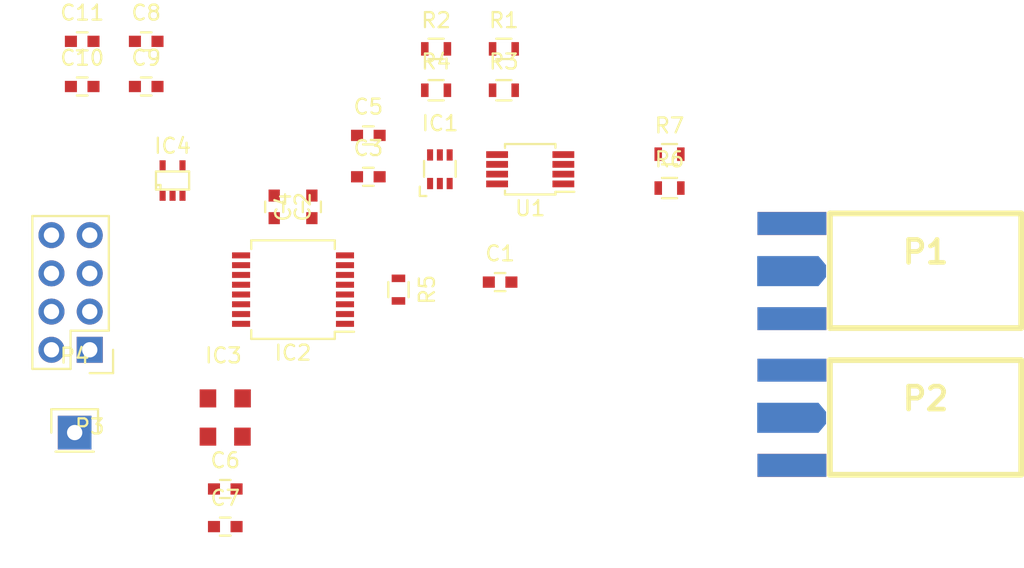
<source format=kicad_pcb>
(kicad_pcb (version 4) (host pcbnew 4.0.4+e1-6308~48~ubuntu14.04.1-stable)

  (general
    (links 71)
    (no_connects 71)
    (area 0 0 0 0)
    (thickness 1.6)
    (drawings 0)
    (tracks 0)
    (zones 0)
    (modules 27)
    (nets 17)
  )

  (page A4)
  (layers
    (0 F.Cu signal)
    (31 B.Cu signal)
    (32 B.Adhes user)
    (33 F.Adhes user)
    (34 B.Paste user)
    (35 F.Paste user)
    (36 B.SilkS user)
    (37 F.SilkS user)
    (38 B.Mask user)
    (39 F.Mask user)
    (40 Dwgs.User user)
    (41 Cmts.User user)
    (42 Eco1.User user)
    (43 Eco2.User user)
    (44 Edge.Cuts user)
    (45 Margin user)
    (46 B.CrtYd user)
    (47 F.CrtYd user)
    (48 B.Fab user)
    (49 F.Fab user)
  )

  (setup
    (last_trace_width 0.25)
    (trace_clearance 0.2)
    (zone_clearance 0.508)
    (zone_45_only no)
    (trace_min 0.2)
    (segment_width 0.2)
    (edge_width 0.15)
    (via_size 0.6)
    (via_drill 0.4)
    (via_min_size 0.4)
    (via_min_drill 0.3)
    (uvia_size 0.3)
    (uvia_drill 0.1)
    (uvias_allowed no)
    (uvia_min_size 0.2)
    (uvia_min_drill 0.1)
    (pcb_text_width 0.3)
    (pcb_text_size 1.5 1.5)
    (mod_edge_width 0.15)
    (mod_text_size 1 1)
    (mod_text_width 0.15)
    (pad_size 1.524 1.524)
    (pad_drill 0.762)
    (pad_to_mask_clearance 0.2)
    (aux_axis_origin 0 0)
    (visible_elements FFFFFF7F)
    (pcbplotparams
      (layerselection 0x00030_80000001)
      (usegerberextensions false)
      (excludeedgelayer true)
      (linewidth 0.100000)
      (plotframeref false)
      (viasonmask false)
      (mode 1)
      (useauxorigin false)
      (hpglpennumber 1)
      (hpglpenspeed 20)
      (hpglpendiameter 15)
      (hpglpenoverlay 2)
      (psnegative false)
      (psa4output false)
      (plotreference true)
      (plotvalue true)
      (plotinvisibletext false)
      (padsonsilk false)
      (subtractmaskfromsilk false)
      (outputformat 1)
      (mirror false)
      (drillshape 1)
      (scaleselection 1)
      (outputdirectory ""))
  )

  (net 0 "")
  (net 1 "Net-(C1-Pad1)")
  (net 2 "Net-(C1-Pad2)")
  (net 3 VDD)
  (net 4 GND)
  (net 5 VAA)
  (net 6 /Reloj/MCLK)
  (net 7 /Senal/SEL)
  (net 8 "Net-(IC1-Pad4)")
  (net 9 "Net-(IC1-Pad5)")
  (net 10 "Net-(IC1-Pad6)")
  (net 11 "Net-(IC2-Pad4)")
  (net 12 /Senal/SDA)
  (net 13 /Senal/SCL)
  (net 14 "Net-(P1-Pad1)")
  (net 15 "Net-(P2-Pad1)")
  (net 16 "Net-(R2-Pad2)")

  (net_class Default "This is the default net class."
    (clearance 0.2)
    (trace_width 0.25)
    (via_dia 0.6)
    (via_drill 0.4)
    (uvia_dia 0.3)
    (uvia_drill 0.1)
    (add_net /Reloj/MCLK)
    (add_net /Senal/SCL)
    (add_net /Senal/SDA)
    (add_net /Senal/SEL)
    (add_net GND)
    (add_net "Net-(C1-Pad1)")
    (add_net "Net-(C1-Pad2)")
    (add_net "Net-(IC1-Pad4)")
    (add_net "Net-(IC1-Pad5)")
    (add_net "Net-(IC1-Pad6)")
    (add_net "Net-(IC2-Pad4)")
    (add_net "Net-(P1-Pad1)")
    (add_net "Net-(P2-Pad1)")
    (add_net "Net-(R2-Pad2)")
    (add_net VAA)
    (add_net VDD)
  )

  (module TO_SOT_Packages_SMD:SC-70-6 (layer F.Cu) (tedit 56EA2382) (tstamp 583871AF)
    (at 179.5 106.25)
    (descr SC-70-6,)
    (tags SC-70-6)
    (path /582DA8FF/582F7B64)
    (attr smd)
    (fp_text reference IC1 (at 0.01016 -3.05054) (layer F.SilkS)
      (effects (font (size 1 1) (thickness 0.15)))
    )
    (fp_text value AG849 (at 0.04064 4.191) (layer F.Fab)
      (effects (font (size 1 1) (thickness 0.15)))
    )
    (fp_line (start 1.2 -1.6) (end 1.2 1.6) (layer F.CrtYd) (width 0.05))
    (fp_line (start -1.2 -1.6) (end 1.2 -1.6) (layer F.CrtYd) (width 0.05))
    (fp_line (start -1.2 1.6) (end -1.2 -1.6) (layer F.CrtYd) (width 0.05))
    (fp_line (start 1.2 1.6) (end -1.2 1.6) (layer F.CrtYd) (width 0.05))
    (fp_line (start 1.05 0.5) (end 1.05 -0.55) (layer F.SilkS) (width 0.15))
    (fp_line (start -1.05 -0.55) (end -1.05 0.5) (layer F.SilkS) (width 0.15))
    (fp_line (start -1.33096 1.16078) (end -1.33096 1.77038) (layer F.SilkS) (width 0.15))
    (fp_line (start -1.33096 1.77038) (end -0.89916 1.78054) (layer F.SilkS) (width 0.15))
    (pad 1 smd rect (at -0.65024 0.94996) (size 0.39878 0.7493) (layers F.Cu F.Paste F.Mask)
      (net 7 /Senal/SEL))
    (pad 2 smd rect (at 0 0.94996) (size 0.39878 0.7493) (layers F.Cu F.Paste F.Mask)
      (net 5 VAA))
    (pad 3 smd rect (at 0.65024 0.94996) (size 0.39878 0.7493) (layers F.Cu F.Paste F.Mask)
      (net 4 GND))
    (pad 4 smd rect (at 0.65024 -0.94996) (size 0.39878 0.7493) (layers F.Cu F.Paste F.Mask)
      (net 8 "Net-(IC1-Pad4)"))
    (pad 5 smd rect (at 0 -0.94996) (size 0.39878 0.7493) (layers F.Cu F.Paste F.Mask)
      (net 9 "Net-(IC1-Pad5)"))
    (pad 6 smd rect (at -0.65024 -0.94996) (size 0.39878 0.7493) (layers F.Cu F.Paste F.Mask)
      (net 10 "Net-(IC1-Pad6)"))
    (model TO_SOT_Packages_SMD.3dshapes/SC-70-6.wrl
      (at (xyz 0 0 0))
      (scale (xyz 1 1 1))
      (rotate (xyz 0 0 0))
    )
  )

  (module Housings_SSOP:SSOP-16_5.3x6.2mm_Pitch0.65mm (layer F.Cu) (tedit 54130A77) (tstamp 583871C3)
    (at 169.75 114.25 180)
    (descr "SSOP16: plastic shrink small outline package; 16 leads; body width 5.3 mm; (see NXP SSOP-TSSOP-VSO-REFLOW.pdf and sot338-1_po.pdf)")
    (tags "SSOP 0.65")
    (path /582DA8FF/582F7476)
    (attr smd)
    (fp_text reference IC2 (at 0 -4.2 180) (layer F.SilkS)
      (effects (font (size 1 1) (thickness 0.15)))
    )
    (fp_text value AD5933 (at 0 4.2 180) (layer F.Fab)
      (effects (font (size 1 1) (thickness 0.15)))
    )
    (fp_line (start -1.65 -3.1) (end 2.65 -3.1) (layer F.Fab) (width 0.15))
    (fp_line (start 2.65 -3.1) (end 2.65 3.1) (layer F.Fab) (width 0.15))
    (fp_line (start 2.65 3.1) (end -2.65 3.1) (layer F.Fab) (width 0.15))
    (fp_line (start -2.65 3.1) (end -2.65 -2.1) (layer F.Fab) (width 0.15))
    (fp_line (start -2.65 -2.1) (end -1.65 -3.1) (layer F.Fab) (width 0.15))
    (fp_line (start -4.3 -3.45) (end -4.3 3.45) (layer F.CrtYd) (width 0.05))
    (fp_line (start 4.3 -3.45) (end 4.3 3.45) (layer F.CrtYd) (width 0.05))
    (fp_line (start -4.3 -3.45) (end 4.3 -3.45) (layer F.CrtYd) (width 0.05))
    (fp_line (start -4.3 3.45) (end 4.3 3.45) (layer F.CrtYd) (width 0.05))
    (fp_line (start -2.775 -3.275) (end -2.775 -2.8) (layer F.SilkS) (width 0.15))
    (fp_line (start 2.775 -3.275) (end 2.775 -2.7) (layer F.SilkS) (width 0.15))
    (fp_line (start 2.775 3.275) (end 2.775 2.7) (layer F.SilkS) (width 0.15))
    (fp_line (start -2.775 3.275) (end -2.775 2.7) (layer F.SilkS) (width 0.15))
    (fp_line (start -2.775 -3.275) (end 2.775 -3.275) (layer F.SilkS) (width 0.15))
    (fp_line (start -2.775 3.275) (end 2.775 3.275) (layer F.SilkS) (width 0.15))
    (fp_line (start -2.775 -2.8) (end -4.05 -2.8) (layer F.SilkS) (width 0.15))
    (pad 1 smd rect (at -3.45 -2.275 180) (size 1.2 0.4) (layers F.Cu F.Paste F.Mask))
    (pad 2 smd rect (at -3.45 -1.625 180) (size 1.2 0.4) (layers F.Cu F.Paste F.Mask))
    (pad 3 smd rect (at -3.45 -0.975 180) (size 1.2 0.4) (layers F.Cu F.Paste F.Mask))
    (pad 4 smd rect (at -3.45 -0.325 180) (size 1.2 0.4) (layers F.Cu F.Paste F.Mask)
      (net 11 "Net-(IC2-Pad4)"))
    (pad 5 smd rect (at -3.45 0.325 180) (size 1.2 0.4) (layers F.Cu F.Paste F.Mask)
      (net 9 "Net-(IC1-Pad5)"))
    (pad 6 smd rect (at -3.45 0.975 180) (size 1.2 0.4) (layers F.Cu F.Paste F.Mask)
      (net 2 "Net-(C1-Pad2)"))
    (pad 7 smd rect (at -3.45 1.625 180) (size 1.2 0.4) (layers F.Cu F.Paste F.Mask))
    (pad 8 smd rect (at -3.45 2.275 180) (size 1.2 0.4) (layers F.Cu F.Paste F.Mask)
      (net 6 /Reloj/MCLK))
    (pad 9 smd rect (at 3.45 2.275 180) (size 1.2 0.4) (layers F.Cu F.Paste F.Mask)
      (net 3 VDD))
    (pad 10 smd rect (at 3.45 1.625 180) (size 1.2 0.4) (layers F.Cu F.Paste F.Mask)
      (net 5 VAA))
    (pad 11 smd rect (at 3.45 0.975 180) (size 1.2 0.4) (layers F.Cu F.Paste F.Mask)
      (net 5 VAA))
    (pad 12 smd rect (at 3.45 0.325 180) (size 1.2 0.4) (layers F.Cu F.Paste F.Mask)
      (net 4 GND))
    (pad 13 smd rect (at 3.45 -0.325 180) (size 1.2 0.4) (layers F.Cu F.Paste F.Mask)
      (net 4 GND))
    (pad 14 smd rect (at 3.45 -0.975 180) (size 1.2 0.4) (layers F.Cu F.Paste F.Mask)
      (net 4 GND))
    (pad 15 smd rect (at 3.45 -1.625 180) (size 1.2 0.4) (layers F.Cu F.Paste F.Mask)
      (net 12 /Senal/SDA))
    (pad 16 smd rect (at 3.45 -2.275 180) (size 1.2 0.4) (layers F.Cu F.Paste F.Mask)
      (net 13 /Senal/SCL))
    (model Housings_SSOP.3dshapes/SSOP-16_5.3x6.2mm_Pitch0.65mm.wrl
      (at (xyz 0 0 0))
      (scale (xyz 1 1 1))
      (rotate (xyz 0 0 0))
    )
  )

  (module propios:TCXO (layer F.Cu) (tedit 58386835) (tstamp 583871CB)
    (at 165.25 122.75 180)
    (path /582DA934/582F5709)
    (fp_text reference IC3 (at 0.12 4.12 180) (layer F.SilkS)
      (effects (font (size 1 1) (thickness 0.15)))
    )
    (fp_text value ASFLMB-16.000MHZ-LY-T (at 0.09 2.68 180) (layer F.Fab)
      (effects (font (size 1 1) (thickness 0.15)))
    )
    (pad 1 smd rect (at -1.15 1.27 180) (size 1.1 1.2) (layers F.Cu F.Paste F.Mask)
      (net 4 GND))
    (pad 2 smd rect (at 1.15 1.27 180) (size 1.1 1.2) (layers F.Cu F.Paste F.Mask)
      (net 4 GND))
    (pad 4 smd rect (at -1.14 -1.27 180) (size 1.1 1.2) (layers F.Cu F.Paste F.Mask)
      (net 3 VDD))
    (pad 3 smd rect (at 1.15 -1.27 180) (size 1.1 1.2) (layers F.Cu F.Paste F.Mask)
      (net 6 /Reloj/MCLK))
  )

  (module TO_SOT_Packages_SMD:SC-70-5 (layer F.Cu) (tedit 0) (tstamp 583871D4)
    (at 161.75 107)
    (descr "SC70-5 SOT323-5")
    (path /582DA8A0/582F5A80)
    (attr smd)
    (fp_text reference IC4 (at 0 -2.3) (layer F.SilkS)
      (effects (font (size 1 1) (thickness 0.15)))
    )
    (fp_text value ADP150 (at 0 2.3) (layer F.Fab)
      (effects (font (size 1 1) (thickness 0.15)))
    )
    (fp_line (start 1.3 -1.6) (end 1.3 1.6) (layer F.CrtYd) (width 0.05))
    (fp_line (start -1.3 -1.6) (end 1.3 -1.6) (layer F.CrtYd) (width 0.05))
    (fp_line (start -1.3 1.6) (end -1.3 -1.6) (layer F.CrtYd) (width 0.05))
    (fp_line (start 1.3 1.6) (end -1.3 1.6) (layer F.CrtYd) (width 0.05))
    (fp_line (start -1.1 0.3) (end -0.8 0.3) (layer F.SilkS) (width 0.15))
    (fp_line (start -0.8 0.3) (end -0.8 0.6) (layer F.SilkS) (width 0.15))
    (fp_line (start 1.1 -0.6) (end -1.1 -0.6) (layer F.SilkS) (width 0.15))
    (fp_line (start -1.1 -0.6) (end -1.1 0.6) (layer F.SilkS) (width 0.15))
    (fp_line (start -1.1 0.6) (end 1.1 0.6) (layer F.SilkS) (width 0.15))
    (fp_line (start 1.1 0.6) (end 1.1 -0.6) (layer F.SilkS) (width 0.15))
    (pad 1 smd rect (at -0.6604 1.016) (size 0.4064 0.6604) (layers F.Cu F.Paste F.Mask)
      (net 3 VDD))
    (pad 3 smd rect (at 0.6604 1.016) (size 0.4064 0.6604) (layers F.Cu F.Paste F.Mask)
      (net 3 VDD))
    (pad 2 smd rect (at 0 1.016) (size 0.4064 0.6604) (layers F.Cu F.Paste F.Mask)
      (net 4 GND))
    (pad 4 smd rect (at 0.6604 -1.016) (size 0.4064 0.6604) (layers F.Cu F.Paste F.Mask))
    (pad 5 smd rect (at -0.6604 -1.016) (size 0.4064 0.6604) (layers F.Cu F.Paste F.Mask)
      (net 5 VAA))
    (model TO_SOT_Packages_SMD.3dshapes/SC-70-5.wrl
      (at (xyz 0 0 0))
      (scale (xyz 1 1 1))
      (rotate (xyz 0 0 0))
    )
  )

  (module SMA_EDGE:SMA_EDGE (layer F.Cu) (tedit 4E84D3BE) (tstamp 583871DC)
    (at 211.75 111.75)
    (path /582DA8FF/582FCD4C)
    (fp_text reference P1 (at 0 0) (layer F.SilkS)
      (effects (font (thickness 0.3048)))
    )
    (fp_text value GSG-RF-CONN (at 0 2.54) (layer F.SilkS) hide
      (effects (font (thickness 0.3048)))
    )
    (fp_line (start -6.35 -2.5654) (end -6.35 5.0546) (layer F.SilkS) (width 0.381))
    (fp_line (start -6.35 5.0546) (end 6.35 5.0546) (layer F.SilkS) (width 0.381))
    (fp_line (start 6.35 5.0546) (end 6.35 -2.5654) (layer F.SilkS) (width 0.381))
    (fp_line (start 6.35 -2.5654) (end -6.35 -2.5654) (layer F.SilkS) (width 0.381))
    (pad 0 connect rect (at -8.8773 -1.89484) (size 4.572 1.524) (layers *.Cu F.Mask)
      (net 4 GND))
    (pad 1 connect trapezoid (at -6.858 1.27) (size 0.50038 1.39954) (rect_delta 0.59944 0 ) (layers B.Cu F.Mask)
      (net 14 "Net-(P1-Pad1)"))
    (pad 2 connect rect (at -8.8773 4.42976) (size 4.572 1.524) (layers *.Cu F.Mask)
      (net 4 GND))
    (pad 1 connect rect (at -9.144 1.27) (size 4.07162 1.99898) (layers B.Cu F.Mask)
      (net 14 "Net-(P1-Pad1)"))
    (model SMA_EDGE.wrl
      (at (xyz -0.205 -0.05 -0.12))
      (scale (xyz 1.3 1.3 1.3))
      (rotate (xyz 270 0 180))
    )
  )

  (module SMA_EDGE:SMA_EDGE (layer F.Cu) (tedit 4E84D3BE) (tstamp 583871E4)
    (at 211.75 121.5)
    (path /582DA8FF/582FC1E0)
    (fp_text reference P2 (at 0 0) (layer F.SilkS)
      (effects (font (thickness 0.3048)))
    )
    (fp_text value GSG-RF-CONN (at 0 2.54) (layer F.SilkS) hide
      (effects (font (thickness 0.3048)))
    )
    (fp_line (start -6.35 -2.5654) (end -6.35 5.0546) (layer F.SilkS) (width 0.381))
    (fp_line (start -6.35 5.0546) (end 6.35 5.0546) (layer F.SilkS) (width 0.381))
    (fp_line (start 6.35 5.0546) (end 6.35 -2.5654) (layer F.SilkS) (width 0.381))
    (fp_line (start 6.35 -2.5654) (end -6.35 -2.5654) (layer F.SilkS) (width 0.381))
    (pad 0 connect rect (at -8.8773 -1.89484) (size 4.572 1.524) (layers *.Cu F.Mask)
      (net 4 GND))
    (pad 1 connect trapezoid (at -6.858 1.27) (size 0.50038 1.39954) (rect_delta 0.59944 0 ) (layers B.Cu F.Mask)
      (net 15 "Net-(P2-Pad1)"))
    (pad 2 connect rect (at -8.8773 4.42976) (size 4.572 1.524) (layers *.Cu F.Mask)
      (net 4 GND))
    (pad 1 connect rect (at -9.144 1.27) (size 4.07162 1.99898) (layers B.Cu F.Mask)
      (net 15 "Net-(P2-Pad1)"))
    (model SMA_EDGE.wrl
      (at (xyz -0.205 -0.05 -0.12))
      (scale (xyz 1.3 1.3 1.3))
      (rotate (xyz 270 0 180))
    )
  )

  (module Pin_Headers:Pin_Header_Straight_2x04 (layer F.Cu) (tedit 0) (tstamp 583871F0)
    (at 156.25 118.25 180)
    (descr "Through hole pin header")
    (tags "pin header")
    (path /582DA8FF/58375283)
    (fp_text reference P3 (at 0 -5.1 180) (layer F.SilkS)
      (effects (font (size 1 1) (thickness 0.15)))
    )
    (fp_text value CONN_02X04 (at 0 -3.1 180) (layer F.Fab)
      (effects (font (size 1 1) (thickness 0.15)))
    )
    (fp_line (start -1.75 -1.75) (end -1.75 9.4) (layer F.CrtYd) (width 0.05))
    (fp_line (start 4.3 -1.75) (end 4.3 9.4) (layer F.CrtYd) (width 0.05))
    (fp_line (start -1.75 -1.75) (end 4.3 -1.75) (layer F.CrtYd) (width 0.05))
    (fp_line (start -1.75 9.4) (end 4.3 9.4) (layer F.CrtYd) (width 0.05))
    (fp_line (start -1.27 1.27) (end -1.27 8.89) (layer F.SilkS) (width 0.15))
    (fp_line (start -1.27 8.89) (end 3.81 8.89) (layer F.SilkS) (width 0.15))
    (fp_line (start 3.81 8.89) (end 3.81 -1.27) (layer F.SilkS) (width 0.15))
    (fp_line (start 3.81 -1.27) (end 1.27 -1.27) (layer F.SilkS) (width 0.15))
    (fp_line (start 0 -1.55) (end -1.55 -1.55) (layer F.SilkS) (width 0.15))
    (fp_line (start 1.27 -1.27) (end 1.27 1.27) (layer F.SilkS) (width 0.15))
    (fp_line (start 1.27 1.27) (end -1.27 1.27) (layer F.SilkS) (width 0.15))
    (fp_line (start -1.55 -1.55) (end -1.55 0) (layer F.SilkS) (width 0.15))
    (pad 1 thru_hole rect (at 0 0 180) (size 1.7272 1.7272) (drill 1.016) (layers *.Cu *.Mask)
      (net 13 /Senal/SCL))
    (pad 2 thru_hole oval (at 2.54 0 180) (size 1.7272 1.7272) (drill 1.016) (layers *.Cu *.Mask)
      (net 13 /Senal/SCL))
    (pad 3 thru_hole oval (at 0 2.54 180) (size 1.7272 1.7272) (drill 1.016) (layers *.Cu *.Mask)
      (net 12 /Senal/SDA))
    (pad 4 thru_hole oval (at 2.54 2.54 180) (size 1.7272 1.7272) (drill 1.016) (layers *.Cu *.Mask)
      (net 12 /Senal/SDA))
    (pad 5 thru_hole oval (at 0 5.08 180) (size 1.7272 1.7272) (drill 1.016) (layers *.Cu *.Mask)
      (net 4 GND))
    (pad 6 thru_hole oval (at 2.54 5.08 180) (size 1.7272 1.7272) (drill 1.016) (layers *.Cu *.Mask)
      (net 4 GND))
    (pad 7 thru_hole oval (at 0 7.62 180) (size 1.7272 1.7272) (drill 1.016) (layers *.Cu *.Mask)
      (net 3 VDD))
    (pad 8 thru_hole oval (at 2.54 7.62 180) (size 1.7272 1.7272) (drill 1.016) (layers *.Cu *.Mask)
      (net 3 VDD))
    (model Pin_Headers.3dshapes/Pin_Header_Straight_2x04.wrl
      (at (xyz 0.05 -0.15 0))
      (scale (xyz 1 1 1))
      (rotate (xyz 0 0 90))
    )
  )

  (module Pin_Headers:Pin_Header_Straight_1x01 (layer F.Cu) (tedit 54EA08DC) (tstamp 583871F5)
    (at 155.25 123.75)
    (descr "Through hole pin header")
    (tags "pin header")
    (path /582DA8FF/5837592F)
    (fp_text reference P4 (at 0 -5.1) (layer F.SilkS)
      (effects (font (size 1 1) (thickness 0.15)))
    )
    (fp_text value CONN_01X01 (at 0 -3.1) (layer F.Fab)
      (effects (font (size 1 1) (thickness 0.15)))
    )
    (fp_line (start 1.55 -1.55) (end 1.55 0) (layer F.SilkS) (width 0.15))
    (fp_line (start -1.75 -1.75) (end -1.75 1.75) (layer F.CrtYd) (width 0.05))
    (fp_line (start 1.75 -1.75) (end 1.75 1.75) (layer F.CrtYd) (width 0.05))
    (fp_line (start -1.75 -1.75) (end 1.75 -1.75) (layer F.CrtYd) (width 0.05))
    (fp_line (start -1.75 1.75) (end 1.75 1.75) (layer F.CrtYd) (width 0.05))
    (fp_line (start -1.55 0) (end -1.55 -1.55) (layer F.SilkS) (width 0.15))
    (fp_line (start -1.55 -1.55) (end 1.55 -1.55) (layer F.SilkS) (width 0.15))
    (fp_line (start -1.27 1.27) (end 1.27 1.27) (layer F.SilkS) (width 0.15))
    (pad 1 thru_hole rect (at 0 0) (size 2.2352 2.2352) (drill 1.016) (layers *.Cu *.Mask)
      (net 7 /Senal/SEL))
    (model Pin_Headers.3dshapes/Pin_Header_Straight_1x01.wrl
      (at (xyz 0 0 0))
      (scale (xyz 1 1 1))
      (rotate (xyz 0 0 90))
    )
  )

  (module Housings_SSOP:MSOP-8_3x3mm_Pitch0.65mm (layer F.Cu) (tedit 54130A77) (tstamp 5838722B)
    (at 185.5 106.25 180)
    (descr "8-Lead Plastic Micro Small Outline Package (MS) [MSOP] (see Microchip Packaging Specification 00000049BS.pdf)")
    (tags "SSOP 0.65")
    (path /582DA8FF/582F7A24)
    (attr smd)
    (fp_text reference U1 (at 0 -2.6 180) (layer F.SilkS)
      (effects (font (size 1 1) (thickness 0.15)))
    )
    (fp_text value AD8606 (at 0 2.6 180) (layer F.Fab)
      (effects (font (size 1 1) (thickness 0.15)))
    )
    (fp_line (start -0.5 -1.5) (end 1.5 -1.5) (layer F.Fab) (width 0.15))
    (fp_line (start 1.5 -1.5) (end 1.5 1.5) (layer F.Fab) (width 0.15))
    (fp_line (start 1.5 1.5) (end -1.5 1.5) (layer F.Fab) (width 0.15))
    (fp_line (start -1.5 1.5) (end -1.5 -0.5) (layer F.Fab) (width 0.15))
    (fp_line (start -1.5 -0.5) (end -0.5 -1.5) (layer F.Fab) (width 0.15))
    (fp_line (start -3.2 -1.85) (end -3.2 1.85) (layer F.CrtYd) (width 0.05))
    (fp_line (start 3.2 -1.85) (end 3.2 1.85) (layer F.CrtYd) (width 0.05))
    (fp_line (start -3.2 -1.85) (end 3.2 -1.85) (layer F.CrtYd) (width 0.05))
    (fp_line (start -3.2 1.85) (end 3.2 1.85) (layer F.CrtYd) (width 0.05))
    (fp_line (start -1.675 -1.675) (end -1.675 -1.5) (layer F.SilkS) (width 0.15))
    (fp_line (start 1.675 -1.675) (end 1.675 -1.425) (layer F.SilkS) (width 0.15))
    (fp_line (start 1.675 1.675) (end 1.675 1.425) (layer F.SilkS) (width 0.15))
    (fp_line (start -1.675 1.675) (end -1.675 1.425) (layer F.SilkS) (width 0.15))
    (fp_line (start -1.675 -1.675) (end 1.675 -1.675) (layer F.SilkS) (width 0.15))
    (fp_line (start -1.675 1.675) (end 1.675 1.675) (layer F.SilkS) (width 0.15))
    (fp_line (start -1.675 -1.5) (end -2.925 -1.5) (layer F.SilkS) (width 0.15))
    (pad 1 smd rect (at -2.2 -0.975 180) (size 1.45 0.45) (layers F.Cu F.Paste F.Mask)
      (net 15 "Net-(P2-Pad1)"))
    (pad 2 smd rect (at -2.2 -0.325 180) (size 1.45 0.45) (layers F.Cu F.Paste F.Mask)
      (net 15 "Net-(P2-Pad1)"))
    (pad 3 smd rect (at -2.2 0.325 180) (size 1.45 0.45) (layers F.Cu F.Paste F.Mask)
      (net 1 "Net-(C1-Pad1)"))
    (pad 4 smd rect (at -2.2 0.975 180) (size 1.45 0.45) (layers F.Cu F.Paste F.Mask)
      (net 4 GND))
    (pad 5 smd rect (at 2.2 0.975 180) (size 1.45 0.45) (layers F.Cu F.Paste F.Mask)
      (net 14 "Net-(P1-Pad1)"))
    (pad 6 smd rect (at 2.2 0.325 180) (size 1.45 0.45) (layers F.Cu F.Paste F.Mask)
      (net 16 "Net-(R2-Pad2)"))
    (pad 7 smd rect (at 2.2 -0.325 180) (size 1.45 0.45) (layers F.Cu F.Paste F.Mask)
      (net 9 "Net-(IC1-Pad5)"))
    (pad 8 smd rect (at 2.2 -0.975 180) (size 1.45 0.45) (layers F.Cu F.Paste F.Mask)
      (net 5 VAA))
    (model Housings_SSOP.3dshapes/MSOP-8_3x3mm_Pitch0.65mm.wrl
      (at (xyz 0 0 0))
      (scale (xyz 1 1 1))
      (rotate (xyz 0 0 0))
    )
  )

  (module Capacitors_SMD:C_0603 (layer F.Cu) (tedit 5415D631) (tstamp 58387673)
    (at 183.5 113.75)
    (descr "Capacitor SMD 0603, reflow soldering, AVX (see smccp.pdf)")
    (tags "capacitor 0603")
    (path /582DA8FF/582F83E0)
    (attr smd)
    (fp_text reference C1 (at 0 -1.9) (layer F.SilkS)
      (effects (font (size 1 1) (thickness 0.15)))
    )
    (fp_text value 47nF (at 0 1.9) (layer F.Fab)
      (effects (font (size 1 1) (thickness 0.15)))
    )
    (fp_line (start -0.8 0.4) (end -0.8 -0.4) (layer F.Fab) (width 0.15))
    (fp_line (start 0.8 0.4) (end -0.8 0.4) (layer F.Fab) (width 0.15))
    (fp_line (start 0.8 -0.4) (end 0.8 0.4) (layer F.Fab) (width 0.15))
    (fp_line (start -0.8 -0.4) (end 0.8 -0.4) (layer F.Fab) (width 0.15))
    (fp_line (start -1.45 -0.75) (end 1.45 -0.75) (layer F.CrtYd) (width 0.05))
    (fp_line (start -1.45 0.75) (end 1.45 0.75) (layer F.CrtYd) (width 0.05))
    (fp_line (start -1.45 -0.75) (end -1.45 0.75) (layer F.CrtYd) (width 0.05))
    (fp_line (start 1.45 -0.75) (end 1.45 0.75) (layer F.CrtYd) (width 0.05))
    (fp_line (start -0.35 -0.6) (end 0.35 -0.6) (layer F.SilkS) (width 0.15))
    (fp_line (start 0.35 0.6) (end -0.35 0.6) (layer F.SilkS) (width 0.15))
    (pad 1 smd rect (at -0.75 0) (size 0.8 0.75) (layers F.Cu F.Paste F.Mask)
      (net 1 "Net-(C1-Pad1)"))
    (pad 2 smd rect (at 0.75 0) (size 0.8 0.75) (layers F.Cu F.Paste F.Mask)
      (net 2 "Net-(C1-Pad2)"))
    (model Capacitors_SMD.3dshapes/C_0603.wrl
      (at (xyz 0 0 0))
      (scale (xyz 1 1 1))
      (rotate (xyz 0 0 0))
    )
  )

  (module Capacitors_SMD:C_0603 (layer F.Cu) (tedit 5415D631) (tstamp 58387678)
    (at 168.5 108.75 270)
    (descr "Capacitor SMD 0603, reflow soldering, AVX (see smccp.pdf)")
    (tags "capacitor 0603")
    (path /582DA8FF/582F74E0)
    (attr smd)
    (fp_text reference C2 (at 0 -1.9 270) (layer F.SilkS)
      (effects (font (size 1 1) (thickness 0.15)))
    )
    (fp_text value 10uF (at 0 1.9 270) (layer F.Fab)
      (effects (font (size 1 1) (thickness 0.15)))
    )
    (fp_line (start -0.8 0.4) (end -0.8 -0.4) (layer F.Fab) (width 0.15))
    (fp_line (start 0.8 0.4) (end -0.8 0.4) (layer F.Fab) (width 0.15))
    (fp_line (start 0.8 -0.4) (end 0.8 0.4) (layer F.Fab) (width 0.15))
    (fp_line (start -0.8 -0.4) (end 0.8 -0.4) (layer F.Fab) (width 0.15))
    (fp_line (start -1.45 -0.75) (end 1.45 -0.75) (layer F.CrtYd) (width 0.05))
    (fp_line (start -1.45 0.75) (end 1.45 0.75) (layer F.CrtYd) (width 0.05))
    (fp_line (start -1.45 -0.75) (end -1.45 0.75) (layer F.CrtYd) (width 0.05))
    (fp_line (start 1.45 -0.75) (end 1.45 0.75) (layer F.CrtYd) (width 0.05))
    (fp_line (start -0.35 -0.6) (end 0.35 -0.6) (layer F.SilkS) (width 0.15))
    (fp_line (start 0.35 0.6) (end -0.35 0.6) (layer F.SilkS) (width 0.15))
    (pad 1 smd rect (at -0.75 0 270) (size 0.8 0.75) (layers F.Cu F.Paste F.Mask)
      (net 3 VDD))
    (pad 2 smd rect (at 0.75 0 270) (size 0.8 0.75) (layers F.Cu F.Paste F.Mask)
      (net 4 GND))
    (model Capacitors_SMD.3dshapes/C_0603.wrl
      (at (xyz 0 0 0))
      (scale (xyz 1 1 1))
      (rotate (xyz 0 0 0))
    )
  )

  (module Capacitors_SMD:C_0603 (layer F.Cu) (tedit 5415D631) (tstamp 5838767D)
    (at 174.75 106.75)
    (descr "Capacitor SMD 0603, reflow soldering, AVX (see smccp.pdf)")
    (tags "capacitor 0603")
    (path /582DA8FF/582F7BE4)
    (attr smd)
    (fp_text reference C3 (at 0 -1.9) (layer F.SilkS)
      (effects (font (size 1 1) (thickness 0.15)))
    )
    (fp_text value 10uF (at 0 1.9) (layer F.Fab)
      (effects (font (size 1 1) (thickness 0.15)))
    )
    (fp_line (start -0.8 0.4) (end -0.8 -0.4) (layer F.Fab) (width 0.15))
    (fp_line (start 0.8 0.4) (end -0.8 0.4) (layer F.Fab) (width 0.15))
    (fp_line (start 0.8 -0.4) (end 0.8 0.4) (layer F.Fab) (width 0.15))
    (fp_line (start -0.8 -0.4) (end 0.8 -0.4) (layer F.Fab) (width 0.15))
    (fp_line (start -1.45 -0.75) (end 1.45 -0.75) (layer F.CrtYd) (width 0.05))
    (fp_line (start -1.45 0.75) (end 1.45 0.75) (layer F.CrtYd) (width 0.05))
    (fp_line (start -1.45 -0.75) (end -1.45 0.75) (layer F.CrtYd) (width 0.05))
    (fp_line (start 1.45 -0.75) (end 1.45 0.75) (layer F.CrtYd) (width 0.05))
    (fp_line (start -0.35 -0.6) (end 0.35 -0.6) (layer F.SilkS) (width 0.15))
    (fp_line (start 0.35 0.6) (end -0.35 0.6) (layer F.SilkS) (width 0.15))
    (pad 1 smd rect (at -0.75 0) (size 0.8 0.75) (layers F.Cu F.Paste F.Mask)
      (net 5 VAA))
    (pad 2 smd rect (at 0.75 0) (size 0.8 0.75) (layers F.Cu F.Paste F.Mask)
      (net 4 GND))
    (model Capacitors_SMD.3dshapes/C_0603.wrl
      (at (xyz 0 0 0))
      (scale (xyz 1 1 1))
      (rotate (xyz 0 0 0))
    )
  )

  (module Capacitors_SMD:C_0603 (layer F.Cu) (tedit 5415D631) (tstamp 58387682)
    (at 171 108.75 90)
    (descr "Capacitor SMD 0603, reflow soldering, AVX (see smccp.pdf)")
    (tags "capacitor 0603")
    (path /582DA8FF/582F752B)
    (attr smd)
    (fp_text reference C4 (at 0 -1.9 90) (layer F.SilkS)
      (effects (font (size 1 1) (thickness 0.15)))
    )
    (fp_text value 0.1uF (at 0 1.9 90) (layer F.Fab)
      (effects (font (size 1 1) (thickness 0.15)))
    )
    (fp_line (start -0.8 0.4) (end -0.8 -0.4) (layer F.Fab) (width 0.15))
    (fp_line (start 0.8 0.4) (end -0.8 0.4) (layer F.Fab) (width 0.15))
    (fp_line (start 0.8 -0.4) (end 0.8 0.4) (layer F.Fab) (width 0.15))
    (fp_line (start -0.8 -0.4) (end 0.8 -0.4) (layer F.Fab) (width 0.15))
    (fp_line (start -1.45 -0.75) (end 1.45 -0.75) (layer F.CrtYd) (width 0.05))
    (fp_line (start -1.45 0.75) (end 1.45 0.75) (layer F.CrtYd) (width 0.05))
    (fp_line (start -1.45 -0.75) (end -1.45 0.75) (layer F.CrtYd) (width 0.05))
    (fp_line (start 1.45 -0.75) (end 1.45 0.75) (layer F.CrtYd) (width 0.05))
    (fp_line (start -0.35 -0.6) (end 0.35 -0.6) (layer F.SilkS) (width 0.15))
    (fp_line (start 0.35 0.6) (end -0.35 0.6) (layer F.SilkS) (width 0.15))
    (pad 1 smd rect (at -0.75 0 90) (size 0.8 0.75) (layers F.Cu F.Paste F.Mask)
      (net 3 VDD))
    (pad 2 smd rect (at 0.75 0 90) (size 0.8 0.75) (layers F.Cu F.Paste F.Mask)
      (net 4 GND))
    (model Capacitors_SMD.3dshapes/C_0603.wrl
      (at (xyz 0 0 0))
      (scale (xyz 1 1 1))
      (rotate (xyz 0 0 0))
    )
  )

  (module Capacitors_SMD:C_0603 (layer F.Cu) (tedit 5415D631) (tstamp 58387687)
    (at 174.75 104)
    (descr "Capacitor SMD 0603, reflow soldering, AVX (see smccp.pdf)")
    (tags "capacitor 0603")
    (path /582DA8FF/582F7CB3)
    (attr smd)
    (fp_text reference C5 (at 0 -1.9) (layer F.SilkS)
      (effects (font (size 1 1) (thickness 0.15)))
    )
    (fp_text value 0.1uF (at 0 1.9) (layer F.Fab)
      (effects (font (size 1 1) (thickness 0.15)))
    )
    (fp_line (start -0.8 0.4) (end -0.8 -0.4) (layer F.Fab) (width 0.15))
    (fp_line (start 0.8 0.4) (end -0.8 0.4) (layer F.Fab) (width 0.15))
    (fp_line (start 0.8 -0.4) (end 0.8 0.4) (layer F.Fab) (width 0.15))
    (fp_line (start -0.8 -0.4) (end 0.8 -0.4) (layer F.Fab) (width 0.15))
    (fp_line (start -1.45 -0.75) (end 1.45 -0.75) (layer F.CrtYd) (width 0.05))
    (fp_line (start -1.45 0.75) (end 1.45 0.75) (layer F.CrtYd) (width 0.05))
    (fp_line (start -1.45 -0.75) (end -1.45 0.75) (layer F.CrtYd) (width 0.05))
    (fp_line (start 1.45 -0.75) (end 1.45 0.75) (layer F.CrtYd) (width 0.05))
    (fp_line (start -0.35 -0.6) (end 0.35 -0.6) (layer F.SilkS) (width 0.15))
    (fp_line (start 0.35 0.6) (end -0.35 0.6) (layer F.SilkS) (width 0.15))
    (pad 1 smd rect (at -0.75 0) (size 0.8 0.75) (layers F.Cu F.Paste F.Mask)
      (net 5 VAA))
    (pad 2 smd rect (at 0.75 0) (size 0.8 0.75) (layers F.Cu F.Paste F.Mask)
      (net 4 GND))
    (model Capacitors_SMD.3dshapes/C_0603.wrl
      (at (xyz 0 0 0))
      (scale (xyz 1 1 1))
      (rotate (xyz 0 0 0))
    )
  )

  (module Capacitors_SMD:C_0603 (layer F.Cu) (tedit 5415D631) (tstamp 5838768C)
    (at 165.25 127.5)
    (descr "Capacitor SMD 0603, reflow soldering, AVX (see smccp.pdf)")
    (tags "capacitor 0603")
    (path /582DA934/582F57A1)
    (attr smd)
    (fp_text reference C6 (at 0 -1.9) (layer F.SilkS)
      (effects (font (size 1 1) (thickness 0.15)))
    )
    (fp_text value 0,1uF (at 0 1.9) (layer F.Fab)
      (effects (font (size 1 1) (thickness 0.15)))
    )
    (fp_line (start -0.8 0.4) (end -0.8 -0.4) (layer F.Fab) (width 0.15))
    (fp_line (start 0.8 0.4) (end -0.8 0.4) (layer F.Fab) (width 0.15))
    (fp_line (start 0.8 -0.4) (end 0.8 0.4) (layer F.Fab) (width 0.15))
    (fp_line (start -0.8 -0.4) (end 0.8 -0.4) (layer F.Fab) (width 0.15))
    (fp_line (start -1.45 -0.75) (end 1.45 -0.75) (layer F.CrtYd) (width 0.05))
    (fp_line (start -1.45 0.75) (end 1.45 0.75) (layer F.CrtYd) (width 0.05))
    (fp_line (start -1.45 -0.75) (end -1.45 0.75) (layer F.CrtYd) (width 0.05))
    (fp_line (start 1.45 -0.75) (end 1.45 0.75) (layer F.CrtYd) (width 0.05))
    (fp_line (start -0.35 -0.6) (end 0.35 -0.6) (layer F.SilkS) (width 0.15))
    (fp_line (start 0.35 0.6) (end -0.35 0.6) (layer F.SilkS) (width 0.15))
    (pad 1 smd rect (at -0.75 0) (size 0.8 0.75) (layers F.Cu F.Paste F.Mask)
      (net 3 VDD))
    (pad 2 smd rect (at 0.75 0) (size 0.8 0.75) (layers F.Cu F.Paste F.Mask)
      (net 4 GND))
    (model Capacitors_SMD.3dshapes/C_0603.wrl
      (at (xyz 0 0 0))
      (scale (xyz 1 1 1))
      (rotate (xyz 0 0 0))
    )
  )

  (module Capacitors_SMD:C_0603 (layer F.Cu) (tedit 5415D631) (tstamp 58387691)
    (at 165.25 130)
    (descr "Capacitor SMD 0603, reflow soldering, AVX (see smccp.pdf)")
    (tags "capacitor 0603")
    (path /582DA934/582F57DC)
    (attr smd)
    (fp_text reference C7 (at 0 -1.9) (layer F.SilkS)
      (effects (font (size 1 1) (thickness 0.15)))
    )
    (fp_text value 0,1uF (at 0 1.9) (layer F.Fab)
      (effects (font (size 1 1) (thickness 0.15)))
    )
    (fp_line (start -0.8 0.4) (end -0.8 -0.4) (layer F.Fab) (width 0.15))
    (fp_line (start 0.8 0.4) (end -0.8 0.4) (layer F.Fab) (width 0.15))
    (fp_line (start 0.8 -0.4) (end 0.8 0.4) (layer F.Fab) (width 0.15))
    (fp_line (start -0.8 -0.4) (end 0.8 -0.4) (layer F.Fab) (width 0.15))
    (fp_line (start -1.45 -0.75) (end 1.45 -0.75) (layer F.CrtYd) (width 0.05))
    (fp_line (start -1.45 0.75) (end 1.45 0.75) (layer F.CrtYd) (width 0.05))
    (fp_line (start -1.45 -0.75) (end -1.45 0.75) (layer F.CrtYd) (width 0.05))
    (fp_line (start 1.45 -0.75) (end 1.45 0.75) (layer F.CrtYd) (width 0.05))
    (fp_line (start -0.35 -0.6) (end 0.35 -0.6) (layer F.SilkS) (width 0.15))
    (fp_line (start 0.35 0.6) (end -0.35 0.6) (layer F.SilkS) (width 0.15))
    (pad 1 smd rect (at -0.75 0) (size 0.8 0.75) (layers F.Cu F.Paste F.Mask)
      (net 6 /Reloj/MCLK))
    (pad 2 smd rect (at 0.75 0) (size 0.8 0.75) (layers F.Cu F.Paste F.Mask)
      (net 4 GND))
    (model Capacitors_SMD.3dshapes/C_0603.wrl
      (at (xyz 0 0 0))
      (scale (xyz 1 1 1))
      (rotate (xyz 0 0 0))
    )
  )

  (module Capacitors_SMD:C_0603 (layer F.Cu) (tedit 5415D631) (tstamp 58387696)
    (at 160 97.75)
    (descr "Capacitor SMD 0603, reflow soldering, AVX (see smccp.pdf)")
    (tags "capacitor 0603")
    (path /582DA8A0/582F5B1F)
    (attr smd)
    (fp_text reference C8 (at 0 -1.9) (layer F.SilkS)
      (effects (font (size 1 1) (thickness 0.15)))
    )
    (fp_text value 10uF (at 0 1.9) (layer F.Fab)
      (effects (font (size 1 1) (thickness 0.15)))
    )
    (fp_line (start -0.8 0.4) (end -0.8 -0.4) (layer F.Fab) (width 0.15))
    (fp_line (start 0.8 0.4) (end -0.8 0.4) (layer F.Fab) (width 0.15))
    (fp_line (start 0.8 -0.4) (end 0.8 0.4) (layer F.Fab) (width 0.15))
    (fp_line (start -0.8 -0.4) (end 0.8 -0.4) (layer F.Fab) (width 0.15))
    (fp_line (start -1.45 -0.75) (end 1.45 -0.75) (layer F.CrtYd) (width 0.05))
    (fp_line (start -1.45 0.75) (end 1.45 0.75) (layer F.CrtYd) (width 0.05))
    (fp_line (start -1.45 -0.75) (end -1.45 0.75) (layer F.CrtYd) (width 0.05))
    (fp_line (start 1.45 -0.75) (end 1.45 0.75) (layer F.CrtYd) (width 0.05))
    (fp_line (start -0.35 -0.6) (end 0.35 -0.6) (layer F.SilkS) (width 0.15))
    (fp_line (start 0.35 0.6) (end -0.35 0.6) (layer F.SilkS) (width 0.15))
    (pad 1 smd rect (at -0.75 0) (size 0.8 0.75) (layers F.Cu F.Paste F.Mask)
      (net 3 VDD))
    (pad 2 smd rect (at 0.75 0) (size 0.8 0.75) (layers F.Cu F.Paste F.Mask)
      (net 4 GND))
    (model Capacitors_SMD.3dshapes/C_0603.wrl
      (at (xyz 0 0 0))
      (scale (xyz 1 1 1))
      (rotate (xyz 0 0 0))
    )
  )

  (module Capacitors_SMD:C_0603 (layer F.Cu) (tedit 5415D631) (tstamp 5838769B)
    (at 160 100.75)
    (descr "Capacitor SMD 0603, reflow soldering, AVX (see smccp.pdf)")
    (tags "capacitor 0603")
    (path /582DA8A0/582F5B72)
    (attr smd)
    (fp_text reference C9 (at 0 -1.9) (layer F.SilkS)
      (effects (font (size 1 1) (thickness 0.15)))
    )
    (fp_text value 0,1uF (at 0 1.9) (layer F.Fab)
      (effects (font (size 1 1) (thickness 0.15)))
    )
    (fp_line (start -0.8 0.4) (end -0.8 -0.4) (layer F.Fab) (width 0.15))
    (fp_line (start 0.8 0.4) (end -0.8 0.4) (layer F.Fab) (width 0.15))
    (fp_line (start 0.8 -0.4) (end 0.8 0.4) (layer F.Fab) (width 0.15))
    (fp_line (start -0.8 -0.4) (end 0.8 -0.4) (layer F.Fab) (width 0.15))
    (fp_line (start -1.45 -0.75) (end 1.45 -0.75) (layer F.CrtYd) (width 0.05))
    (fp_line (start -1.45 0.75) (end 1.45 0.75) (layer F.CrtYd) (width 0.05))
    (fp_line (start -1.45 -0.75) (end -1.45 0.75) (layer F.CrtYd) (width 0.05))
    (fp_line (start 1.45 -0.75) (end 1.45 0.75) (layer F.CrtYd) (width 0.05))
    (fp_line (start -0.35 -0.6) (end 0.35 -0.6) (layer F.SilkS) (width 0.15))
    (fp_line (start 0.35 0.6) (end -0.35 0.6) (layer F.SilkS) (width 0.15))
    (pad 1 smd rect (at -0.75 0) (size 0.8 0.75) (layers F.Cu F.Paste F.Mask)
      (net 3 VDD))
    (pad 2 smd rect (at 0.75 0) (size 0.8 0.75) (layers F.Cu F.Paste F.Mask)
      (net 4 GND))
    (model Capacitors_SMD.3dshapes/C_0603.wrl
      (at (xyz 0 0 0))
      (scale (xyz 1 1 1))
      (rotate (xyz 0 0 0))
    )
  )

  (module Capacitors_SMD:C_0603 (layer F.Cu) (tedit 5415D631) (tstamp 583876A0)
    (at 155.75 100.75)
    (descr "Capacitor SMD 0603, reflow soldering, AVX (see smccp.pdf)")
    (tags "capacitor 0603")
    (path /582DA8A0/582F5BCF)
    (attr smd)
    (fp_text reference C10 (at 0 -1.9) (layer F.SilkS)
      (effects (font (size 1 1) (thickness 0.15)))
    )
    (fp_text value 10uF (at 0 1.9) (layer F.Fab)
      (effects (font (size 1 1) (thickness 0.15)))
    )
    (fp_line (start -0.8 0.4) (end -0.8 -0.4) (layer F.Fab) (width 0.15))
    (fp_line (start 0.8 0.4) (end -0.8 0.4) (layer F.Fab) (width 0.15))
    (fp_line (start 0.8 -0.4) (end 0.8 0.4) (layer F.Fab) (width 0.15))
    (fp_line (start -0.8 -0.4) (end 0.8 -0.4) (layer F.Fab) (width 0.15))
    (fp_line (start -1.45 -0.75) (end 1.45 -0.75) (layer F.CrtYd) (width 0.05))
    (fp_line (start -1.45 0.75) (end 1.45 0.75) (layer F.CrtYd) (width 0.05))
    (fp_line (start -1.45 -0.75) (end -1.45 0.75) (layer F.CrtYd) (width 0.05))
    (fp_line (start 1.45 -0.75) (end 1.45 0.75) (layer F.CrtYd) (width 0.05))
    (fp_line (start -0.35 -0.6) (end 0.35 -0.6) (layer F.SilkS) (width 0.15))
    (fp_line (start 0.35 0.6) (end -0.35 0.6) (layer F.SilkS) (width 0.15))
    (pad 1 smd rect (at -0.75 0) (size 0.8 0.75) (layers F.Cu F.Paste F.Mask)
      (net 5 VAA))
    (pad 2 smd rect (at 0.75 0) (size 0.8 0.75) (layers F.Cu F.Paste F.Mask)
      (net 4 GND))
    (model Capacitors_SMD.3dshapes/C_0603.wrl
      (at (xyz 0 0 0))
      (scale (xyz 1 1 1))
      (rotate (xyz 0 0 0))
    )
  )

  (module Capacitors_SMD:C_0603 (layer F.Cu) (tedit 5415D631) (tstamp 583876A5)
    (at 155.75 97.75)
    (descr "Capacitor SMD 0603, reflow soldering, AVX (see smccp.pdf)")
    (tags "capacitor 0603")
    (path /582DA8A0/582F5C15)
    (attr smd)
    (fp_text reference C11 (at 0 -1.9) (layer F.SilkS)
      (effects (font (size 1 1) (thickness 0.15)))
    )
    (fp_text value 0,1uF (at 0 1.9) (layer F.Fab)
      (effects (font (size 1 1) (thickness 0.15)))
    )
    (fp_line (start -0.8 0.4) (end -0.8 -0.4) (layer F.Fab) (width 0.15))
    (fp_line (start 0.8 0.4) (end -0.8 0.4) (layer F.Fab) (width 0.15))
    (fp_line (start 0.8 -0.4) (end 0.8 0.4) (layer F.Fab) (width 0.15))
    (fp_line (start -0.8 -0.4) (end 0.8 -0.4) (layer F.Fab) (width 0.15))
    (fp_line (start -1.45 -0.75) (end 1.45 -0.75) (layer F.CrtYd) (width 0.05))
    (fp_line (start -1.45 0.75) (end 1.45 0.75) (layer F.CrtYd) (width 0.05))
    (fp_line (start -1.45 -0.75) (end -1.45 0.75) (layer F.CrtYd) (width 0.05))
    (fp_line (start 1.45 -0.75) (end 1.45 0.75) (layer F.CrtYd) (width 0.05))
    (fp_line (start -0.35 -0.6) (end 0.35 -0.6) (layer F.SilkS) (width 0.15))
    (fp_line (start 0.35 0.6) (end -0.35 0.6) (layer F.SilkS) (width 0.15))
    (pad 1 smd rect (at -0.75 0) (size 0.8 0.75) (layers F.Cu F.Paste F.Mask)
      (net 5 VAA))
    (pad 2 smd rect (at 0.75 0) (size 0.8 0.75) (layers F.Cu F.Paste F.Mask)
      (net 4 GND))
    (model Capacitors_SMD.3dshapes/C_0603.wrl
      (at (xyz 0 0 0))
      (scale (xyz 1 1 1))
      (rotate (xyz 0 0 0))
    )
  )

  (module Resistors_SMD:R_0603 (layer F.Cu) (tedit 58307A47) (tstamp 583876AA)
    (at 183.75 98.25)
    (descr "Resistor SMD 0603, reflow soldering, Vishay (see dcrcw.pdf)")
    (tags "resistor 0603")
    (path /582DA8FF/582FD159)
    (attr smd)
    (fp_text reference R1 (at 0 -1.9) (layer F.SilkS)
      (effects (font (size 1 1) (thickness 0.15)))
    )
    (fp_text value 20 (at 0 1.9) (layer F.Fab)
      (effects (font (size 1 1) (thickness 0.15)))
    )
    (fp_line (start -0.8 0.4) (end -0.8 -0.4) (layer F.Fab) (width 0.1))
    (fp_line (start 0.8 0.4) (end -0.8 0.4) (layer F.Fab) (width 0.1))
    (fp_line (start 0.8 -0.4) (end 0.8 0.4) (layer F.Fab) (width 0.1))
    (fp_line (start -0.8 -0.4) (end 0.8 -0.4) (layer F.Fab) (width 0.1))
    (fp_line (start -1.3 -0.8) (end 1.3 -0.8) (layer F.CrtYd) (width 0.05))
    (fp_line (start -1.3 0.8) (end 1.3 0.8) (layer F.CrtYd) (width 0.05))
    (fp_line (start -1.3 -0.8) (end -1.3 0.8) (layer F.CrtYd) (width 0.05))
    (fp_line (start 1.3 -0.8) (end 1.3 0.8) (layer F.CrtYd) (width 0.05))
    (fp_line (start 0.5 0.675) (end -0.5 0.675) (layer F.SilkS) (width 0.15))
    (fp_line (start -0.5 -0.675) (end 0.5 -0.675) (layer F.SilkS) (width 0.15))
    (pad 1 smd rect (at -0.75 0) (size 0.5 0.9) (layers F.Cu F.Paste F.Mask)
      (net 10 "Net-(IC1-Pad6)"))
    (pad 2 smd rect (at 0.75 0) (size 0.5 0.9) (layers F.Cu F.Paste F.Mask)
      (net 14 "Net-(P1-Pad1)"))
    (model Resistors_SMD.3dshapes/R_0603.wrl
      (at (xyz 0 0 0))
      (scale (xyz 1 1 1))
      (rotate (xyz 0 0 0))
    )
  )

  (module Resistors_SMD:R_0603 (layer F.Cu) (tedit 58307A47) (tstamp 583876AF)
    (at 179.25 98.25)
    (descr "Resistor SMD 0603, reflow soldering, Vishay (see dcrcw.pdf)")
    (tags "resistor 0603")
    (path /582DA8FF/582FC855)
    (attr smd)
    (fp_text reference R2 (at 0 -1.9) (layer F.SilkS)
      (effects (font (size 1 1) (thickness 0.15)))
    )
    (fp_text value 49.9k (at 0 1.9) (layer F.Fab)
      (effects (font (size 1 1) (thickness 0.15)))
    )
    (fp_line (start -0.8 0.4) (end -0.8 -0.4) (layer F.Fab) (width 0.1))
    (fp_line (start 0.8 0.4) (end -0.8 0.4) (layer F.Fab) (width 0.1))
    (fp_line (start 0.8 -0.4) (end 0.8 0.4) (layer F.Fab) (width 0.1))
    (fp_line (start -0.8 -0.4) (end 0.8 -0.4) (layer F.Fab) (width 0.1))
    (fp_line (start -1.3 -0.8) (end 1.3 -0.8) (layer F.CrtYd) (width 0.05))
    (fp_line (start -1.3 0.8) (end 1.3 0.8) (layer F.CrtYd) (width 0.05))
    (fp_line (start -1.3 -0.8) (end -1.3 0.8) (layer F.CrtYd) (width 0.05))
    (fp_line (start 1.3 -0.8) (end 1.3 0.8) (layer F.CrtYd) (width 0.05))
    (fp_line (start 0.5 0.675) (end -0.5 0.675) (layer F.SilkS) (width 0.15))
    (fp_line (start -0.5 -0.675) (end 0.5 -0.675) (layer F.SilkS) (width 0.15))
    (pad 1 smd rect (at -0.75 0) (size 0.5 0.9) (layers F.Cu F.Paste F.Mask)
      (net 5 VAA))
    (pad 2 smd rect (at 0.75 0) (size 0.5 0.9) (layers F.Cu F.Paste F.Mask)
      (net 16 "Net-(R2-Pad2)"))
    (model Resistors_SMD.3dshapes/R_0603.wrl
      (at (xyz 0 0 0))
      (scale (xyz 1 1 1))
      (rotate (xyz 0 0 0))
    )
  )

  (module Resistors_SMD:R_0603 (layer F.Cu) (tedit 58307A47) (tstamp 583876B4)
    (at 183.75 101)
    (descr "Resistor SMD 0603, reflow soldering, Vishay (see dcrcw.pdf)")
    (tags "resistor 0603")
    (path /582DA8FF/582FD0DA)
    (attr smd)
    (fp_text reference R3 (at 0 -1.9) (layer F.SilkS)
      (effects (font (size 1 1) (thickness 0.15)))
    )
    (fp_text value 10k (at 0 1.9) (layer F.Fab)
      (effects (font (size 1 1) (thickness 0.15)))
    )
    (fp_line (start -0.8 0.4) (end -0.8 -0.4) (layer F.Fab) (width 0.1))
    (fp_line (start 0.8 0.4) (end -0.8 0.4) (layer F.Fab) (width 0.1))
    (fp_line (start 0.8 -0.4) (end 0.8 0.4) (layer F.Fab) (width 0.1))
    (fp_line (start -0.8 -0.4) (end 0.8 -0.4) (layer F.Fab) (width 0.1))
    (fp_line (start -1.3 -0.8) (end 1.3 -0.8) (layer F.CrtYd) (width 0.05))
    (fp_line (start -1.3 0.8) (end 1.3 0.8) (layer F.CrtYd) (width 0.05))
    (fp_line (start -1.3 -0.8) (end -1.3 0.8) (layer F.CrtYd) (width 0.05))
    (fp_line (start 1.3 -0.8) (end 1.3 0.8) (layer F.CrtYd) (width 0.05))
    (fp_line (start 0.5 0.675) (end -0.5 0.675) (layer F.SilkS) (width 0.15))
    (fp_line (start -0.5 -0.675) (end 0.5 -0.675) (layer F.SilkS) (width 0.15))
    (pad 1 smd rect (at -0.75 0) (size 0.5 0.9) (layers F.Cu F.Paste F.Mask)
      (net 8 "Net-(IC1-Pad4)"))
    (pad 2 smd rect (at 0.75 0) (size 0.5 0.9) (layers F.Cu F.Paste F.Mask)
      (net 14 "Net-(P1-Pad1)"))
    (model Resistors_SMD.3dshapes/R_0603.wrl
      (at (xyz 0 0 0))
      (scale (xyz 1 1 1))
      (rotate (xyz 0 0 0))
    )
  )

  (module Resistors_SMD:R_0603 (layer F.Cu) (tedit 58307A47) (tstamp 583876B9)
    (at 179.25 101)
    (descr "Resistor SMD 0603, reflow soldering, Vishay (see dcrcw.pdf)")
    (tags "resistor 0603")
    (path /582DA8FF/582FC85B)
    (attr smd)
    (fp_text reference R4 (at 0 -1.9) (layer F.SilkS)
      (effects (font (size 1 1) (thickness 0.15)))
    )
    (fp_text value 49.9k (at 0 1.9) (layer F.Fab)
      (effects (font (size 1 1) (thickness 0.15)))
    )
    (fp_line (start -0.8 0.4) (end -0.8 -0.4) (layer F.Fab) (width 0.1))
    (fp_line (start 0.8 0.4) (end -0.8 0.4) (layer F.Fab) (width 0.1))
    (fp_line (start 0.8 -0.4) (end 0.8 0.4) (layer F.Fab) (width 0.1))
    (fp_line (start -0.8 -0.4) (end 0.8 -0.4) (layer F.Fab) (width 0.1))
    (fp_line (start -1.3 -0.8) (end 1.3 -0.8) (layer F.CrtYd) (width 0.05))
    (fp_line (start -1.3 0.8) (end 1.3 0.8) (layer F.CrtYd) (width 0.05))
    (fp_line (start -1.3 -0.8) (end -1.3 0.8) (layer F.CrtYd) (width 0.05))
    (fp_line (start 1.3 -0.8) (end 1.3 0.8) (layer F.CrtYd) (width 0.05))
    (fp_line (start 0.5 0.675) (end -0.5 0.675) (layer F.SilkS) (width 0.15))
    (fp_line (start -0.5 -0.675) (end 0.5 -0.675) (layer F.SilkS) (width 0.15))
    (pad 1 smd rect (at -0.75 0) (size 0.5 0.9) (layers F.Cu F.Paste F.Mask)
      (net 16 "Net-(R2-Pad2)"))
    (pad 2 smd rect (at 0.75 0) (size 0.5 0.9) (layers F.Cu F.Paste F.Mask)
      (net 4 GND))
    (model Resistors_SMD.3dshapes/R_0603.wrl
      (at (xyz 0 0 0))
      (scale (xyz 1 1 1))
      (rotate (xyz 0 0 0))
    )
  )

  (module Resistors_SMD:R_0603 (layer F.Cu) (tedit 58307A47) (tstamp 583876BE)
    (at 176.75 114.25 270)
    (descr "Resistor SMD 0603, reflow soldering, Vishay (see dcrcw.pdf)")
    (tags "resistor 0603")
    (path /582DA8FF/582F80AD)
    (attr smd)
    (fp_text reference R5 (at 0 -1.9 270) (layer F.SilkS)
      (effects (font (size 1 1) (thickness 0.15)))
    )
    (fp_text value 20k (at 0 1.9 270) (layer F.Fab)
      (effects (font (size 1 1) (thickness 0.15)))
    )
    (fp_line (start -0.8 0.4) (end -0.8 -0.4) (layer F.Fab) (width 0.1))
    (fp_line (start 0.8 0.4) (end -0.8 0.4) (layer F.Fab) (width 0.1))
    (fp_line (start 0.8 -0.4) (end 0.8 0.4) (layer F.Fab) (width 0.1))
    (fp_line (start -0.8 -0.4) (end 0.8 -0.4) (layer F.Fab) (width 0.1))
    (fp_line (start -1.3 -0.8) (end 1.3 -0.8) (layer F.CrtYd) (width 0.05))
    (fp_line (start -1.3 0.8) (end 1.3 0.8) (layer F.CrtYd) (width 0.05))
    (fp_line (start -1.3 -0.8) (end -1.3 0.8) (layer F.CrtYd) (width 0.05))
    (fp_line (start 1.3 -0.8) (end 1.3 0.8) (layer F.CrtYd) (width 0.05))
    (fp_line (start 0.5 0.675) (end -0.5 0.675) (layer F.SilkS) (width 0.15))
    (fp_line (start -0.5 -0.675) (end 0.5 -0.675) (layer F.SilkS) (width 0.15))
    (pad 1 smd rect (at -0.75 0 270) (size 0.5 0.9) (layers F.Cu F.Paste F.Mask)
      (net 9 "Net-(IC1-Pad5)"))
    (pad 2 smd rect (at 0.75 0 270) (size 0.5 0.9) (layers F.Cu F.Paste F.Mask)
      (net 11 "Net-(IC2-Pad4)"))
    (model Resistors_SMD.3dshapes/R_0603.wrl
      (at (xyz 0 0 0))
      (scale (xyz 1 1 1))
      (rotate (xyz 0 0 0))
    )
  )

  (module Resistors_SMD:R_0603 (layer F.Cu) (tedit 58307A47) (tstamp 583876C3)
    (at 194.75 107.5)
    (descr "Resistor SMD 0603, reflow soldering, Vishay (see dcrcw.pdf)")
    (tags "resistor 0603")
    (path /582DA8FF/582F8271)
    (attr smd)
    (fp_text reference R6 (at 0 -1.9) (layer F.SilkS)
      (effects (font (size 1 1) (thickness 0.15)))
    )
    (fp_text value 49.9k (at 0 1.9) (layer F.Fab)
      (effects (font (size 1 1) (thickness 0.15)))
    )
    (fp_line (start -0.8 0.4) (end -0.8 -0.4) (layer F.Fab) (width 0.1))
    (fp_line (start 0.8 0.4) (end -0.8 0.4) (layer F.Fab) (width 0.1))
    (fp_line (start 0.8 -0.4) (end 0.8 0.4) (layer F.Fab) (width 0.1))
    (fp_line (start -0.8 -0.4) (end 0.8 -0.4) (layer F.Fab) (width 0.1))
    (fp_line (start -1.3 -0.8) (end 1.3 -0.8) (layer F.CrtYd) (width 0.05))
    (fp_line (start -1.3 0.8) (end 1.3 0.8) (layer F.CrtYd) (width 0.05))
    (fp_line (start -1.3 -0.8) (end -1.3 0.8) (layer F.CrtYd) (width 0.05))
    (fp_line (start 1.3 -0.8) (end 1.3 0.8) (layer F.CrtYd) (width 0.05))
    (fp_line (start 0.5 0.675) (end -0.5 0.675) (layer F.SilkS) (width 0.15))
    (fp_line (start -0.5 -0.675) (end 0.5 -0.675) (layer F.SilkS) (width 0.15))
    (pad 1 smd rect (at -0.75 0) (size 0.5 0.9) (layers F.Cu F.Paste F.Mask)
      (net 5 VAA))
    (pad 2 smd rect (at 0.75 0) (size 0.5 0.9) (layers F.Cu F.Paste F.Mask)
      (net 1 "Net-(C1-Pad1)"))
    (model Resistors_SMD.3dshapes/R_0603.wrl
      (at (xyz 0 0 0))
      (scale (xyz 1 1 1))
      (rotate (xyz 0 0 0))
    )
  )

  (module Resistors_SMD:R_0603 (layer F.Cu) (tedit 58307A47) (tstamp 583876C8)
    (at 194.75 105.25)
    (descr "Resistor SMD 0603, reflow soldering, Vishay (see dcrcw.pdf)")
    (tags "resistor 0603")
    (path /582DA8FF/582F82E4)
    (attr smd)
    (fp_text reference R7 (at 0 -1.9) (layer F.SilkS)
      (effects (font (size 1 1) (thickness 0.15)))
    )
    (fp_text value 49.9k (at 0 1.9) (layer F.Fab)
      (effects (font (size 1 1) (thickness 0.15)))
    )
    (fp_line (start -0.8 0.4) (end -0.8 -0.4) (layer F.Fab) (width 0.1))
    (fp_line (start 0.8 0.4) (end -0.8 0.4) (layer F.Fab) (width 0.1))
    (fp_line (start 0.8 -0.4) (end 0.8 0.4) (layer F.Fab) (width 0.1))
    (fp_line (start -0.8 -0.4) (end 0.8 -0.4) (layer F.Fab) (width 0.1))
    (fp_line (start -1.3 -0.8) (end 1.3 -0.8) (layer F.CrtYd) (width 0.05))
    (fp_line (start -1.3 0.8) (end 1.3 0.8) (layer F.CrtYd) (width 0.05))
    (fp_line (start -1.3 -0.8) (end -1.3 0.8) (layer F.CrtYd) (width 0.05))
    (fp_line (start 1.3 -0.8) (end 1.3 0.8) (layer F.CrtYd) (width 0.05))
    (fp_line (start 0.5 0.675) (end -0.5 0.675) (layer F.SilkS) (width 0.15))
    (fp_line (start -0.5 -0.675) (end 0.5 -0.675) (layer F.SilkS) (width 0.15))
    (pad 1 smd rect (at -0.75 0) (size 0.5 0.9) (layers F.Cu F.Paste F.Mask)
      (net 1 "Net-(C1-Pad1)"))
    (pad 2 smd rect (at 0.75 0) (size 0.5 0.9) (layers F.Cu F.Paste F.Mask)
      (net 4 GND))
    (model Resistors_SMD.3dshapes/R_0603.wrl
      (at (xyz 0 0 0))
      (scale (xyz 1 1 1))
      (rotate (xyz 0 0 0))
    )
  )

)

</source>
